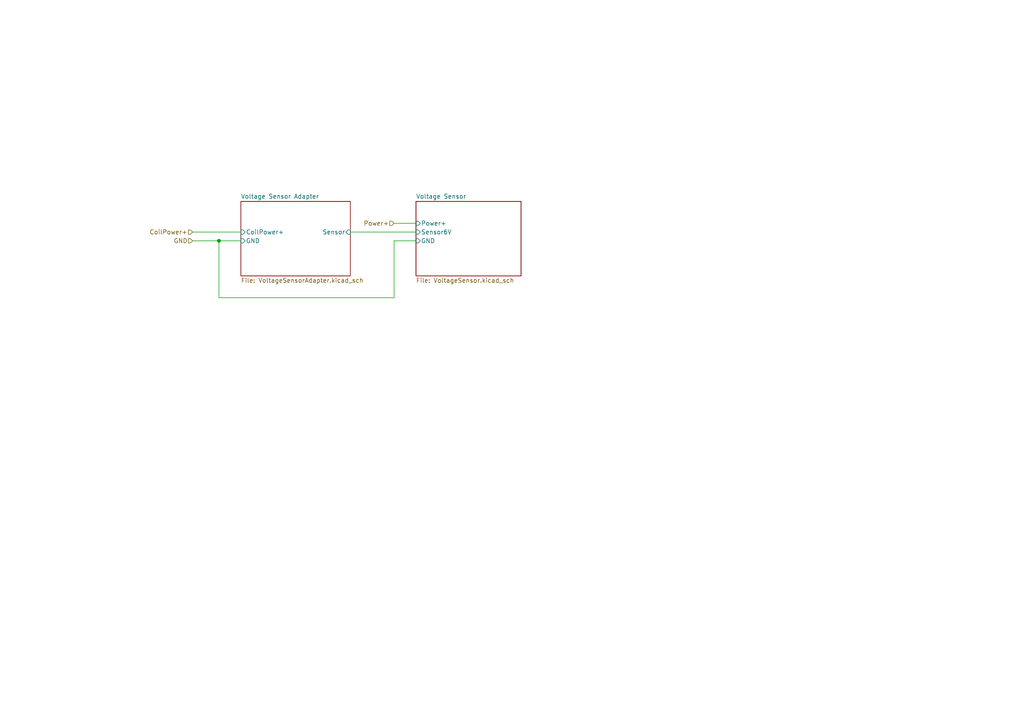
<source format=kicad_sch>
(kicad_sch (version 20211123) (generator eeschema)
  (paper "A4")
  (title_block (title "Sensor Subsystem") (date "2020-01-07") (rev "1"))
  (lib_symbols)
  (junction (at 63.5 69.85))
  (wire (pts (xy 55.88 67.31) (xy 69.85 67.31)))
  (wire (pts (xy 114.3 69.85) (xy 120.65 69.85)))
  (wire (pts (xy 63.5 69.85) (xy 63.5 86.36)))
  (wire (pts (xy 63.5 86.36) (xy 114.3 86.36)))
  (wire (pts (xy 101.6 67.31) (xy 120.65 67.31)))
  (wire (pts (xy 69.85 69.85) (xy 63.5 69.85)))
  (wire (pts (xy 55.88 69.85) (xy 63.5 69.85)))
  (wire (pts (xy 114.3 64.77) (xy 120.65 64.77)))
  (wire (pts (xy 114.3 69.85) (xy 114.3 86.36)))
  (hierarchical_label "GND" (shape input) (at 55.88 69.85 180))
  (hierarchical_label "CoilPower+" (shape input) (at 55.88 67.31 180))
  (hierarchical_label "Power+" (shape input) (at 114.3 64.77 180))
  (sheet (at 120.65 58.42) (size 30.48 21.59)
    (property "Sheet name" "Voltage Sensor" (at 120.65 57.7084 0) (effects (justify left bottom)))
    (property "Sheet file" "VoltageSensor.kicad_sch" (at 120.65 80.5946 0) (effects (justify left top)))
    (pin "Sensor6V" input (at 120.65 67.31 180))
    (pin "Power+" input (at 120.65 64.77 180))
    (pin "GND" input (at 120.65 69.85 180))
  )
  (sheet (at 69.85 58.42) (size 31.75 21.59)
    (property "Sheet name" "Voltage Sensor Adapter" (at 69.85 57.7084 0) (effects (justify left bottom)))
    (property "Sheet file" "VoltageSensorAdapter.kicad_sch" (at 69.85 80.5946 0) (effects (justify left top)))
    (pin "CoilPower+" input (at 69.85 67.31 180))
    (pin "Sensor" input (at 101.6 67.31 0))
    (pin "GND" input (at 69.85 69.85 180))
  )
)
</source>
